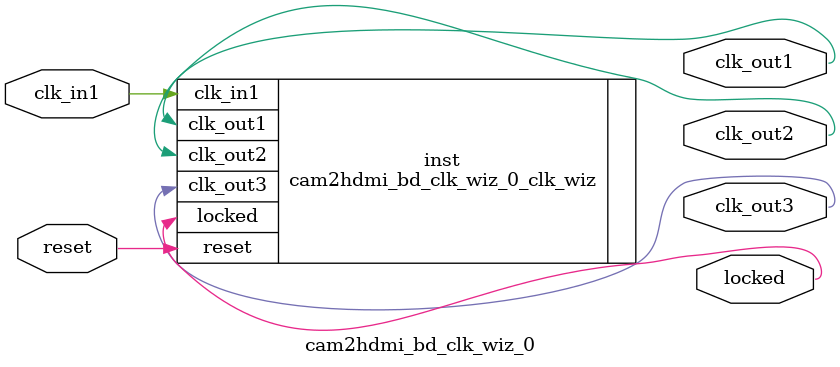
<source format=v>


`timescale 1ps/1ps

(* CORE_GENERATION_INFO = "cam2hdmi_bd_clk_wiz_0,clk_wiz_v6_0_3_0_0,{component_name=cam2hdmi_bd_clk_wiz_0,use_phase_alignment=true,use_min_o_jitter=false,use_max_i_jitter=false,use_dyn_phase_shift=false,use_inclk_switchover=false,use_dyn_reconfig=false,enable_axi=0,feedback_source=FDBK_AUTO,PRIMITIVE=MMCM,num_out_clk=3,clkin1_period=10.000,clkin2_period=10.000,use_power_down=false,use_reset=true,use_locked=true,use_inclk_stopped=false,feedback_type=SINGLE,CLOCK_MGR_TYPE=NA,manual_override=false}" *)

module cam2hdmi_bd_clk_wiz_0 
 (
  // Clock out ports
  output        clk_out1,
  output        clk_out2,
  output        clk_out3,
  // Status and control signals
  input         reset,
  output        locked,
 // Clock in ports
  input         clk_in1
 );

  cam2hdmi_bd_clk_wiz_0_clk_wiz inst
  (
  // Clock out ports  
  .clk_out1(clk_out1),
  .clk_out2(clk_out2),
  .clk_out3(clk_out3),
  // Status and control signals               
  .reset(reset), 
  .locked(locked),
 // Clock in ports
  .clk_in1(clk_in1)
  );

endmodule

</source>
